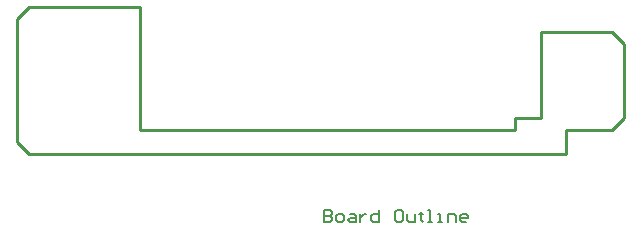
<source format=gbr>
G04 Layer_Color=16711935*
%FSLAX43Y43*%
%MOMM*%
%TF.FileFunction,Other,Mechanical_1*%
%TF.Part,Single*%
G01*
G75*
%TA.AperFunction,NonConductor*%
%ADD11C,0.150*%
%ADD14C,0.254*%
D11*
X24459Y-18160D02*
X24792D01*
X24625D01*
Y-17160D01*
X24459D01*
X25292Y-17494D02*
X25458D01*
Y-18160D01*
X25625D01*
X25292D01*
X26125D02*
Y-17494D01*
X26625D01*
X26791Y-17660D01*
Y-18160D01*
X27291D02*
X27125Y-17993D01*
Y-17660D01*
X27291Y-17494D01*
X27624D01*
X27791Y-17660D01*
Y-17827D01*
X27125D01*
X27291Y-18160D02*
X27624D01*
X23959D02*
X23792Y-17993D01*
Y-17494D01*
X23626D01*
X23959D01*
X23792D01*
Y-17327D01*
X23292Y-17494D02*
Y-18160D01*
X22793D01*
X22626Y-17993D01*
Y-17494D01*
X22293Y-17327D02*
X22126Y-17160D01*
X21793D01*
X21626Y-17327D01*
Y-17993D01*
X21793Y-18160D01*
X22126D01*
X22293Y-17993D01*
Y-17327D01*
X20293Y-17160D02*
Y-18160D01*
X19794D01*
X19627Y-17993D01*
Y-17660D01*
X19794Y-17494D01*
X20293D01*
X19127D02*
X18961D01*
X18794Y-17660D01*
X18627Y-17827D01*
Y-18160D01*
Y-17494D01*
X18128D02*
X18294Y-17660D01*
Y-18160D01*
X17794D01*
X17628Y-17993D01*
X17794Y-17827D01*
X18294D01*
X18128Y-17494D02*
X17794D01*
X17294Y-17660D02*
X17128Y-17494D01*
X16795D01*
X16628Y-17660D01*
Y-17993D01*
X16795Y-18160D01*
X17128D01*
X17294Y-17993D01*
Y-17660D01*
X16128D02*
X15628D01*
X16128D01*
X16295Y-17494D01*
Y-17327D01*
X16128Y-17160D01*
X15628D01*
Y-18160D01*
X16128D01*
X16295Y-17993D01*
Y-17827D01*
X16128Y-17660D01*
D14*
X36100Y-12400D02*
Y-10400D01*
X40000D01*
X41000Y-9400D01*
Y-3100D01*
X40000Y-2100D01*
X34000D01*
Y-9400D01*
X31750D01*
Y-10400D01*
X-0D01*
Y-0D01*
X-9400D01*
X-10400Y-1000D01*
Y-11400D01*
X-9400Y-12400D01*
X36100D01*
%TF.MD5,a154d49233abadba4a897f3c53c9c1fd*%
M02*

</source>
